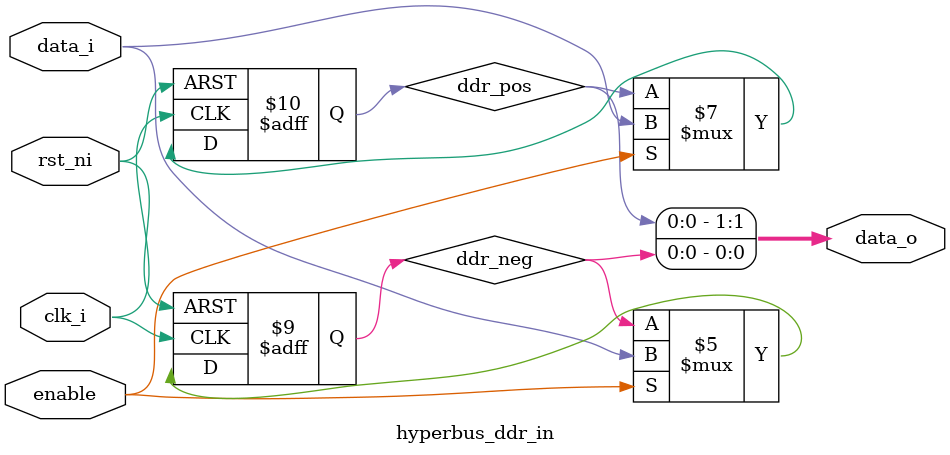
<source format=sv>


module hyperbus_ddr_in #(
)(
    input logic        clk_i,
    input logic        data_i,
    input logic        rst_ni,
    input logic        enable,

    output logic [1:0] data_o
);
    logic ddr_neg;
    logic ddr_pos;

    always_ff @(posedge clk_i or negedge rst_ni) begin : proc_ddr_pos
        if(~rst_ni) begin
            ddr_pos <= 1'b0;
        end else if (enable) begin
            ddr_pos <= data_i;
        end
    end

    always_ff @(negedge clk_i or negedge rst_ni) begin : proc_ddr_neg
        if(~rst_ni) begin
            ddr_neg <= 1'b0;
        end else if (enable) begin
            ddr_neg <= data_i;
        end
    end

    assign data_o[0] = ddr_neg;
    assign data_o[1] = ddr_pos;
endmodule


</source>
